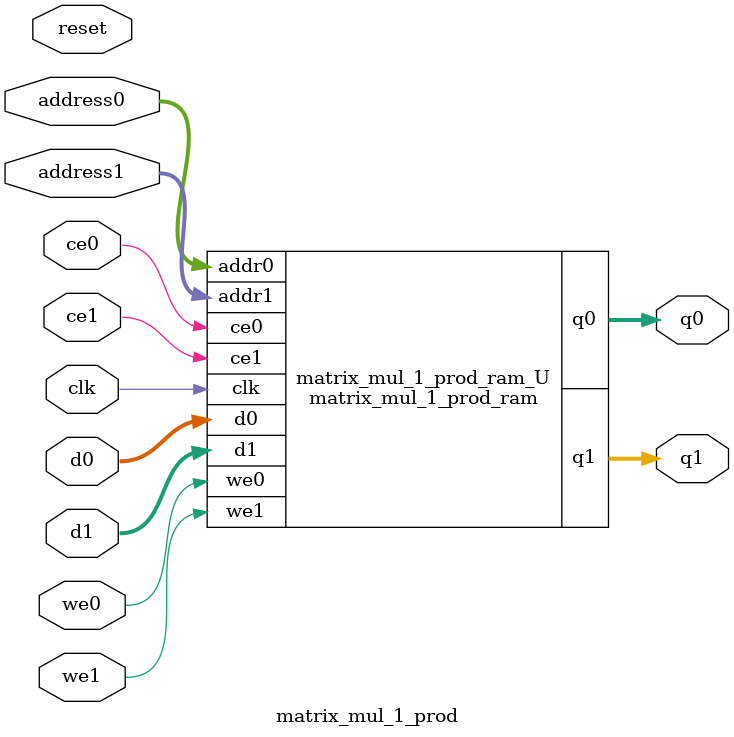
<source format=v>
`timescale 1 ns / 1 ps
module matrix_mul_1_prod_ram (addr0, ce0, d0, we0, q0, addr1, ce1, d1, we1, q1,  clk);

parameter DWIDTH = 32;
parameter AWIDTH = 6;
parameter MEM_SIZE = 64;

input[AWIDTH-1:0] addr0;
input ce0;
input[DWIDTH-1:0] d0;
input we0;
output reg[DWIDTH-1:0] q0;
input[AWIDTH-1:0] addr1;
input ce1;
input[DWIDTH-1:0] d1;
input we1;
output reg[DWIDTH-1:0] q1;
input clk;

(* ram_style = "block" *)reg [DWIDTH-1:0] ram[0:MEM_SIZE-1];




always @(posedge clk)  
begin 
    if (ce0) begin
        if (we0) 
            ram[addr0] <= d0; 
        q0 <= ram[addr0];
    end
end


always @(posedge clk)  
begin 
    if (ce1) begin
        if (we1) 
            ram[addr1] <= d1; 
        q1 <= ram[addr1];
    end
end


endmodule

`timescale 1 ns / 1 ps
module matrix_mul_1_prod(
    reset,
    clk,
    address0,
    ce0,
    we0,
    d0,
    q0,
    address1,
    ce1,
    we1,
    d1,
    q1);

parameter DataWidth = 32'd32;
parameter AddressRange = 32'd64;
parameter AddressWidth = 32'd6;
input reset;
input clk;
input[AddressWidth - 1:0] address0;
input ce0;
input we0;
input[DataWidth - 1:0] d0;
output[DataWidth - 1:0] q0;
input[AddressWidth - 1:0] address1;
input ce1;
input we1;
input[DataWidth - 1:0] d1;
output[DataWidth - 1:0] q1;



matrix_mul_1_prod_ram matrix_mul_1_prod_ram_U(
    .clk( clk ),
    .addr0( address0 ),
    .ce0( ce0 ),
    .we0( we0 ),
    .d0( d0 ),
    .q0( q0 ),
    .addr1( address1 ),
    .ce1( ce1 ),
    .we1( we1 ),
    .d1( d1 ),
    .q1( q1 ));

endmodule


</source>
